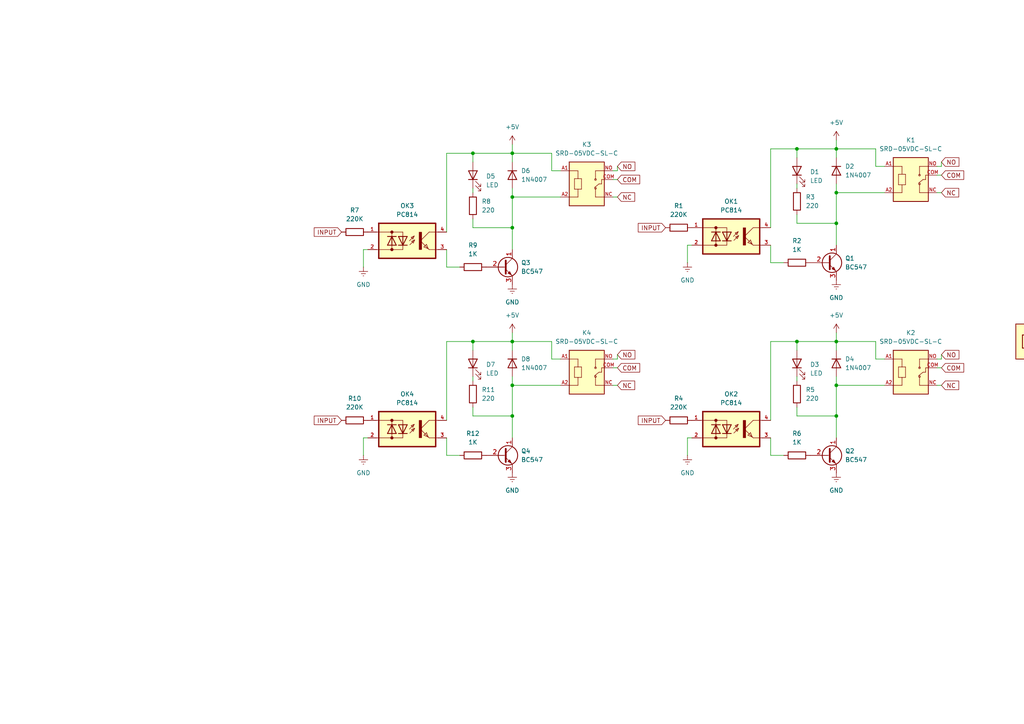
<source format=kicad_sch>
(kicad_sch (version 20231120) (generator "eeschema") (generator_version "8.0")
  (paper "A4")
  (lib_symbols
    (symbol "Device:LED" (pin_numbers hide) (pin_names (offset 1.016) hide)
      (property "Reference" "D" (at 0 2.54 0))
      (property "Value" "LED" (at 0 -2.54 0))
      (symbol "LED_0_1"
        (polyline (pts (xy -1.27 -1.27) (xy -1.27 1.27)) (stroke (width 0.254)))
        (polyline (pts (xy -1.27 0) (xy 1.27 0)))
        (polyline (pts (xy 1.27 -1.27) (xy 1.27 1.27) (xy -1.27 0) (xy 1.27 -1.27)) (stroke (width 0.254)))
        (polyline (pts (xy -3.048 -0.762) (xy -4.572 -2.286) (xy -3.81 -2.286) (xy -4.572 -2.286) (xy -4.572 -1.524)))
        (polyline (pts (xy -1.778 -0.762) (xy -3.302 -2.286) (xy -2.54 -2.286) (xy -3.302 -2.286) (xy -3.302 -1.524)))
      )
      (symbol "LED_1_1"
        (pin passive line (at -3.81 0 0) (length 2.54) (name "K") (number "1"))
        (pin passive line (at 3.81 0 180) (length 2.54) (name "A") (number "2"))
      )
    )
    (symbol "Device:R" (pin_numbers hide) (pin_names (offset 0))
      (property "Reference" "R" (at 2.032 0 90))
      (property "Value" "R" (at 0 0 90))
      (symbol "R_0_1"
        (rectangle (start -1.016 -2.54) (end 1.016 2.54) (stroke (width 0.254)))
      )
      (symbol "R_1_1"
        (pin passive line (at 0 3.81 270) (length 1.27) (name "~") (number "1"))
        (pin passive line (at 0 -3.81 90) (length 1.27) (name "~") (number "2"))
      )
    )
    (symbol "Diode:1N4007" (pin_numbers hide) (pin_names hide)
      (property "Reference" "D" (at 0 2.54 0))
      (property "Value" "1N4007" (at 0 -2.54 0))
      (symbol "1N4007_0_1"
        (polyline (pts (xy -1.27 1.27) (xy -1.27 -1.27)) (stroke (width 0.254)))
        (polyline (pts (xy 1.27 0) (xy -1.27 0)))
        (polyline (pts (xy 1.27 1.27) (xy 1.27 -1.27) (xy -1.27 0) (xy 1.27 1.27)) (stroke (width 0.254)))
      )
      (symbol "1N4007_1_1"
        (pin passive line (at -3.81 0 0) (length 2.54) (name "K") (number "1"))
        (pin passive line (at 3.81 0 180) (length 2.54) (name "A") (number "2"))
      )
    )
    (symbol "PC814:PC814" (pin_names (offset 1.016))
      (property "Reference" "OK" (at -6.9931 5.7216 0))
      (property "Value" "PC814" (at -6.9881 -7.6233 0))
      (symbol "PC814_0_0"
        (rectangle (start -6.985 -5.08) (end 9.525 5.08) (stroke (width 0.4064)) (fill (type background)))
        (circle (center -3.175 -2.54) (radius 0.254) (stroke (width 0.4064)))
        (circle (center -3.175 2.54) (radius 0.254) (stroke (width 0.4064)))
        (polyline (pts (xy -4.445 -1.27) (xy -3.175 -1.27)) (stroke (width 0.254)))
        (polyline (pts (xy -4.445 -1.27) (xy -3.175 1.27)) (stroke (width 0.254)))
        (polyline (pts (xy -4.445 1.27) (xy -3.175 1.27)) (stroke (width 0.254)))
        (polyline (pts (xy -3.175 -2.54) (xy -7.62 -2.54)) (stroke (width 0.1524)))
        (polyline (pts (xy -3.175 -2.54) (xy -3.175 -1.27)) (stroke (width 0.1524)))
        (polyline (pts (xy -3.175 -2.54) (xy 0 -2.54)) (stroke (width 0.1524)))
        (polyline (pts (xy -3.175 -1.27) (xy -3.175 1.27)) (stroke (width 0.254)))
        (polyline (pts (xy -3.175 -1.27) (xy -1.905 -1.27)) (stroke (width 0.254)))
        (polyline (pts (xy -3.175 1.27) (xy -1.905 -1.27)) (stroke (width 0.254)))
        (polyline (pts (xy -3.175 1.27) (xy -1.905 1.27)) (stroke (width 0.254)))
        (polyline (pts (xy -3.175 2.54) (xy -7.62 2.54)) (stroke (width 0.1524)))
        (polyline (pts (xy -3.175 2.54) (xy -3.175 1.27)) (stroke (width 0.1524)))
        (polyline (pts (xy -3.175 2.54) (xy 0 2.54)) (stroke (width 0.1524)))
        (polyline (pts (xy 0 -2.54) (xy 0 -1.27)) (stroke (width 0.1524)))
        (polyline (pts (xy 0 -1.27) (xy -1.27 -1.27)) (stroke (width 0.254)))
        (polyline (pts (xy 0 -1.27) (xy -1.27 1.27)) (stroke (width 0.254)))
        (polyline (pts (xy 0 1.27) (xy -1.27 1.27)) (stroke (width 0.254)))
        (polyline (pts (xy 0 1.27) (xy 0 -1.27)) (stroke (width 0.254)))
        (polyline (pts (xy 0 2.54) (xy 0 1.27)) (stroke (width 0.1524)))
        (polyline (pts (xy 1.27 -1.27) (xy 0 -1.27)) (stroke (width 0.254)))
        (polyline (pts (xy 1.27 1.27) (xy 0 -1.27)) (stroke (width 0.254)))
        (polyline (pts (xy 1.27 1.27) (xy 0 1.27)) (stroke (width 0.254)))
        (polyline (pts (xy 1.905 0) (xy 3.302 1.397)) (stroke (width 0.1524)))
        (polyline (pts (xy 2.032 -1.143) (xy 3.429 0.254)) (stroke (width 0.1524)))
        (polyline (pts (xy 2.413 1.016) (xy 2.921 0.508)) (stroke (width 0.1524)))
        (polyline (pts (xy 2.54 -0.127) (xy 3.048 -0.635)) (stroke (width 0.1524)))
        (polyline (pts (xy 2.921 0.508) (xy 3.302 1.397)) (stroke (width 0.1524)))
        (polyline (pts (xy 3.048 -0.635) (xy 3.429 0.254)) (stroke (width 0.1524)))
        (polyline (pts (xy 3.302 1.397) (xy 2.413 1.016)) (stroke (width 0.1524)))
        (polyline (pts (xy 3.429 0.254) (xy 2.54 -0.127)) (stroke (width 0.1524)))
        (polyline (pts (xy 5.08 0) (xy 7.366 -2.286)) (stroke (width 0.1524)))
        (polyline (pts (xy 6.096 -1.778) (xy 6.858 -1.016)) (stroke (width 0.1524)))
        (polyline (pts (xy 6.858 -1.016) (xy 7.366 -2.286)) (stroke (width 0.1524)))
        (polyline (pts (xy 7.366 -2.286) (xy 6.096 -1.778)) (stroke (width 0.1524)))
        (polyline (pts (xy 7.366 -2.286) (xy 7.62 -2.54)) (stroke (width 0.1524)))
        (polyline (pts (xy 7.62 -2.54) (xy 10.16 -2.54)) (stroke (width 0.1524)))
        (polyline (pts (xy 7.62 2.54) (xy 5.08 0)) (stroke (width 0.1524)))
        (polyline (pts (xy 7.62 2.54) (xy 10.16 2.54)) (stroke (width 0.1524)))
        (rectangle (start 4.7005 -2.5408) (end 5.461 2.54) (stroke (width 0.1)) (fill (type outline)))
        (pin passive line (at -10.16 2.54 0) (length 2.54) (name "~") (number "1"))
        (pin passive line (at -10.16 -2.54 0) (length 2.54) (name "~") (number "2"))
        (pin passive line (at 12.7 -2.54 180) (length 2.54) (name "~") (number "3"))
        (pin passive line (at 12.7 2.54 180) (length 2.54) (name "~") (number "4"))
      )
    )
    (symbol "Relay:Relay_SPDT"
      (property "Reference" "K" (at 11.43 3.81 0))
      (property "Value" "Relay_SPDT" (at 11.43 1.27 0))
      (symbol "Relay_SPDT_0_0"
        (polyline (pts (xy 7.62 5.08) (xy 7.62 2.54) (xy 6.985 3.175) (xy 7.62 3.81)))
      )
      (symbol "Relay_SPDT_0_1"
        (rectangle (start -10.16 5.08) (end 10.16 -5.08) (stroke (width 0.254)) (fill (type background)))
        (rectangle (start -8.255 1.905) (end -1.905 -1.905) (stroke (width 0.254)))
        (polyline (pts (xy -7.62 -1.905) (xy -2.54 1.905)) (stroke (width 0.254)))
        (polyline (pts (xy -5.08 -5.08) (xy -5.08 -1.905)))
        (polyline (pts (xy -5.08 5.08) (xy -5.08 1.905)))
        (polyline (pts (xy -1.905 0) (xy -1.27 0)) (stroke (width 0.254)))
        (polyline (pts (xy -0.635 0) (xy 0 0)) (stroke (width 0.254)))
        (polyline (pts (xy 0.635 0) (xy 1.27 0)) (stroke (width 0.254)))
        (polyline (pts (xy 1.905 0) (xy 2.54 0)) (stroke (width 0.254)))
        (polyline (pts (xy 3.175 0) (xy 3.81 0)) (stroke (width 0.254)))
        (polyline (pts (xy 5.08 -2.54) (xy 3.175 3.81)) (stroke (width 0.508)))
        (polyline (pts (xy 5.08 -2.54) (xy 5.08 -5.08)))
        (polyline (pts (xy 2.54 5.08) (xy 2.54 2.54) (xy 3.175 3.175) (xy 2.54 3.81)) (fill (type outline)))
      )
      (symbol "Relay_SPDT_1_1"
        (pin passive line (at 5.08 -7.62 90) (length 2.54) (name "~") (number "11"))
        (pin passive line (at 2.54 7.62 270) (length 2.54) (name "~") (number "12"))
        (pin passive line (at 7.62 7.62 270) (length 2.54) (name "~") (number "14"))
        (pin passive line (at -5.08 7.62 270) (length 2.54) (name "~") (number "A1"))
        (pin passive line (at -5.08 -7.62 90) (length 2.54) (name "~") (number "A2"))
      )
    )
    (symbol "SRD-05VDC-SL:SRD-05VDC-SL-C" (pin_names (offset 1.016))
      (property "Reference" "K" (at -5.0809 5.843 0))
      (property "Value" "SRD-05VDC-SL-C" (at -5.0832 -10.1664 0))
      (symbol "SRD-05VDC-SL-C_0_0"
        (rectangle (start -5.08 -7.62) (end 5.08 5.08) (stroke (width 0.254)) (fill (type background)))
        (polyline (pts (xy -5.08 2.54) (xy -2.54 2.54)) (stroke (width 0.1524)))
        (polyline (pts (xy -3.556 -2.794) (xy -2.54 -2.794)) (stroke (width 0.1524)))
        (polyline (pts (xy -3.556 0.254) (xy -3.556 -2.794)) (stroke (width 0.1524)))
        (polyline (pts (xy -2.54 -5.08) (xy -5.08 -5.08)) (stroke (width 0.1524)))
        (polyline (pts (xy -2.54 -2.794) (xy -2.54 -5.08)) (stroke (width 0.1524)))
        (polyline (pts (xy -2.54 -2.794) (xy -1.524 -2.794)) (stroke (width 0.1524)))
        (polyline (pts (xy -2.54 0.254) (xy -3.556 0.254)) (stroke (width 0.1524)))
        (polyline (pts (xy -2.54 2.54) (xy -2.54 0.254)) (stroke (width 0.1524)))
        (polyline (pts (xy -1.524 -2.794) (xy -1.524 0.254)) (stroke (width 0.1524)))
        (polyline (pts (xy -1.524 0.254) (xy -2.54 0.254)) (stroke (width 0.1524)))
        (polyline (pts (xy 2.54 -5.08) (xy 5.08 -5.08)) (stroke (width 0.1524)))
        (polyline (pts (xy 2.54 -2.54) (xy 2.54 -5.08)) (stroke (width 0.1524)))
        (polyline (pts (xy 2.54 2.54) (xy 2.54 0)) (stroke (width 0.1524)))
        (polyline (pts (xy 3.556 -1.27) (xy 2.286 -2.286)) (stroke (width 0.1524)))
        (polyline (pts (xy 3.556 -1.27) (xy 4.318 -1.27)) (stroke (width 0.1524)))
        (polyline (pts (xy 4.318 -1.27) (xy 4.318 0)) (stroke (width 0.1524)))
        (polyline (pts (xy 4.318 0) (xy 5.08 0)) (stroke (width 0.1524)))
        (polyline (pts (xy 5.08 2.54) (xy 2.54 2.54)) (stroke (width 0.1524)))
        (circle (center 2.54 -2.54) (radius 0.254) (stroke (width 0.1524)))
        (circle (center 2.54 0) (radius 0.254) (stroke (width 0.1524)))
        (pin passive line (at -7.62 2.54 0) (length 2.54) (name "~") (number "A1"))
        (pin passive line (at -7.62 -5.08 0) (length 2.54) (name "~") (number "A2"))
        (pin passive line (at 7.62 0 180) (length 2.54) (name "~") (number "COM"))
        (pin passive line (at 7.62 -5.08 180) (length 2.54) (name "~") (number "NC"))
        (pin passive line (at 7.62 2.54 180) (length 2.54) (name "~") (number "NO"))
      )
    )
    (symbol "Transistor_BJT:BC547" (pin_names (offset 0) hide)
      (property "Reference" "Q" (at 5.08 1.905 0))
      (property "Value" "BC547" (at 5.08 0 0))
      (symbol "BC547_0_1"
        (polyline (pts (xy 0 0) (xy 0.635 0)))
        (polyline (pts (xy 0.635 0.635) (xy 2.54 2.54)))
        (polyline (pts (xy 0.635 -0.635) (xy 2.54 -2.54) (xy 2.54 -2.54)))
        (polyline (pts (xy 0.635 1.905) (xy 0.635 -1.905) (xy 0.635 -1.905)) (stroke (width 0.508)))
        (polyline (pts (xy 1.27 -1.778) (xy 1.778 -1.27) (xy 2.286 -2.286) (xy 1.27 -1.778) (xy 1.27 -1.778)) (fill (type outline)))
        (circle (center 1.27 0) (radius 2.8194) (stroke (width 0.254)))
      )
      (symbol "BC547_1_1"
        (pin passive line (at 2.54 5.08 270) (length 2.54) (name "C") (number "1"))
        (pin input line (at -5.08 0 0) (length 5.08) (name "B") (number "2"))
        (pin passive line (at 2.54 -5.08 90) (length 2.54) (name "E") (number "3"))
      )
    )
    (symbol "power:+5V" (power) (pin_numbers hide) (pin_names (offset 0) hide)
      (property "Value" "+5V" (at 0 3.556 0))
      (symbol "+5V_0_1"
        (polyline (pts (xy -0.762 1.27) (xy 0 2.54)))
        (polyline (pts (xy 0 0) (xy 0 2.54)))
        (polyline (pts (xy 0 2.54) (xy 0.762 1.27)))
      )
      (symbol "+5V_1_1"
        (pin power_in line (at 0 0 90) (length 0) (name "~") (number "1"))
      )
    )
    (symbol "power:Earth" (power) (pin_numbers hide) (pin_names (offset 0) hide)
      (property "Value" "Earth" (at 0 -3.81 0))
      (symbol "Earth_0_1"
        (polyline (pts (xy -0.635 -1.905) (xy 0.635 -1.905)))
        (polyline (pts (xy -0.127 -2.54) (xy 0.127 -2.54)))
        (polyline (pts (xy 0 -1.27) (xy 0 0)))
        (polyline (pts (xy 1.27 -1.27) (xy -1.27 -1.27)))
      )
      (symbol "Earth_1_1"
        (pin power_in line (at 0 0 270) (length 0) (name "~") (number "1"))
      )
    )
  )
  (junction (at 148.59 66.04))
  (junction (at 148.59 57.15))
  (junction (at 148.59 111.76))
  (junction (at 231.14 99.06))
  (junction (at 137.16 44.45))
  (junction (at 242.57 43.18))
  (junction (at 242.57 120.65))
  (junction (at 242.57 55.88))
  (junction (at 231.14 43.18))
  (junction (at 242.57 111.76))
  (junction (at 137.16 99.06))
  (junction (at 242.57 64.77))
  (junction (at 148.59 120.65))
  (junction (at 148.59 44.45))
  (junction (at 148.59 99.06))
  (junction (at 242.57 99.06))
  (wire (pts (xy 231.14 62.23) (xy 231.14 64.77)))
  (wire (pts (xy 148.59 41.91) (xy 148.59 44.45)))
  (wire (pts (xy 223.52 121.92) (xy 223.52 99.06)))
  (wire (pts (xy 242.57 40.64) (xy 242.57 43.18)))
  (wire (pts (xy 148.59 120.65) (xy 148.59 127)))
  (wire (pts (xy 200.66 71.12) (xy 199.39 71.12)))
  (wire (pts (xy 148.59 54.61) (xy 148.59 57.15)))
  (wire (pts (xy 137.16 120.65) (xy 148.59 120.65)))
  (wire (pts (xy 242.57 64.77) (xy 242.57 71.12)))
  (wire (pts (xy 137.16 44.45) (xy 148.59 44.45)))
  (wire (pts (xy 242.57 96.52) (xy 242.57 99.06)))
  (wire (pts (xy 254 99.06) (xy 254 104.14)))
  (wire (pts (xy 179.07 49.53) (xy 177.8 49.53)))
  (wire (pts (xy 223.52 71.12) (xy 223.52 76.2)))
  (wire (pts (xy 148.59 109.22) (xy 148.59 111.76)))
  (wire (pts (xy 231.14 118.11) (xy 231.14 120.65)))
  (wire (pts (xy 129.54 72.39) (xy 129.54 77.47)))
  (wire (pts (xy 223.52 76.2) (xy 227.33 76.2)))
  (wire (pts (xy 137.16 109.22) (xy 137.16 110.49)))
  (wire (pts (xy 179.07 57.15) (xy 177.8 57.15)))
  (wire (pts (xy 273.05 102.87) (xy 273.05 104.14)))
  (wire (pts (xy 137.16 66.04) (xy 148.59 66.04)))
  (wire (pts (xy 231.14 109.22) (xy 231.14 110.49)))
  (wire (pts (xy 223.52 66.04) (xy 223.52 43.18)))
  (wire (pts (xy 242.57 111.76) (xy 256.54 111.76)))
  (wire (pts (xy 242.57 120.65) (xy 242.57 127)))
  (wire (pts (xy 148.59 111.76) (xy 148.59 120.65)))
  (wire (pts (xy 242.57 43.18) (xy 242.57 45.72)))
  (wire (pts (xy 137.16 99.06) (xy 148.59 99.06)))
  (wire (pts (xy 129.54 127) (xy 129.54 132.08)))
  (wire (pts (xy 254 104.14) (xy 256.54 104.14)))
  (wire (pts (xy 223.52 43.18) (xy 231.14 43.18)))
  (wire (pts (xy 179.07 111.76) (xy 177.8 111.76)))
  (wire (pts (xy 148.59 111.76) (xy 162.56 111.76)))
  (wire (pts (xy 231.14 64.77) (xy 242.57 64.77)))
  (wire (pts (xy 273.05 48.26) (xy 271.78 48.26)))
  (wire (pts (xy 199.39 127) (xy 199.39 132.08)))
  (wire (pts (xy 137.16 118.11) (xy 137.16 120.65)))
  (wire (pts (xy 242.57 99.06) (xy 242.57 101.6)))
  (wire (pts (xy 148.59 57.15) (xy 162.56 57.15)))
  (wire (pts (xy 160.02 44.45) (xy 160.02 49.53)))
  (wire (pts (xy 200.66 127) (xy 199.39 127)))
  (wire (pts (xy 242.57 55.88) (xy 242.57 64.77)))
  (wire (pts (xy 148.59 99.06) (xy 160.02 99.06)))
  (wire (pts (xy 129.54 121.92) (xy 129.54 99.06)))
  (wire (pts (xy 242.57 109.22) (xy 242.57 111.76)))
  (wire (pts (xy 179.07 104.14) (xy 177.8 104.14)))
  (wire (pts (xy 273.05 104.14) (xy 271.78 104.14)))
  (wire (pts (xy 148.59 96.52) (xy 148.59 99.06)))
  (wire (pts (xy 242.57 53.34) (xy 242.57 55.88)))
  (wire (pts (xy 148.59 66.04) (xy 148.59 72.39)))
  (wire (pts (xy 242.57 43.18) (xy 254 43.18)))
  (wire (pts (xy 223.52 99.06) (xy 231.14 99.06)))
  (wire (pts (xy 105.41 127) (xy 105.41 132.08)))
  (wire (pts (xy 231.14 99.06) (xy 242.57 99.06)))
  (wire (pts (xy 242.57 111.76) (xy 242.57 120.65)))
  (wire (pts (xy 231.14 43.18) (xy 242.57 43.18)))
  (wire (pts (xy 137.16 99.06) (xy 137.16 101.6)))
  (wire (pts (xy 179.07 52.07) (xy 177.8 52.07)))
  (wire (pts (xy 129.54 132.08) (xy 133.35 132.08)))
  (wire (pts (xy 106.68 127) (xy 105.41 127)))
  (wire (pts (xy 242.57 55.88) (xy 256.54 55.88)))
  (wire (pts (xy 273.05 111.76) (xy 271.78 111.76)))
  (wire (pts (xy 160.02 99.06) (xy 160.02 104.14)))
  (wire (pts (xy 160.02 104.14) (xy 162.56 104.14)))
  (wire (pts (xy 242.57 99.06) (xy 254 99.06)))
  (wire (pts (xy 231.14 43.18) (xy 231.14 45.72)))
  (wire (pts (xy 105.41 72.39) (xy 105.41 77.47)))
  (wire (pts (xy 148.59 44.45) (xy 148.59 46.99)))
  (wire (pts (xy 199.39 71.12) (xy 199.39 76.2)))
  (wire (pts (xy 148.59 44.45) (xy 160.02 44.45)))
  (wire (pts (xy 273.05 106.68) (xy 271.78 106.68)))
  (wire (pts (xy 254 48.26) (xy 256.54 48.26)))
  (wire (pts (xy 273.05 46.99) (xy 273.05 48.26)))
  (wire (pts (xy 179.07 48.26) (xy 179.07 49.53)))
  (wire (pts (xy 223.52 127) (xy 223.52 132.08)))
  (wire (pts (xy 231.14 120.65) (xy 242.57 120.65)))
  (wire (pts (xy 179.07 106.68) (xy 177.8 106.68)))
  (wire (pts (xy 179.07 102.87) (xy 179.07 104.14)))
  (wire (pts (xy 137.16 54.61) (xy 137.16 55.88)))
  (wire (pts (xy 129.54 77.47) (xy 133.35 77.47)))
  (wire (pts (xy 254 43.18) (xy 254 48.26)))
  (wire (pts (xy 223.52 132.08) (xy 227.33 132.08)))
  (wire (pts (xy 231.14 53.34) (xy 231.14 54.61)))
  (wire (pts (xy 148.59 57.15) (xy 148.59 66.04)))
  (wire (pts (xy 137.16 44.45) (xy 137.16 46.99)))
  (wire (pts (xy 160.02 49.53) (xy 162.56 49.53)))
  (wire (pts (xy 273.05 50.8) (xy 271.78 50.8)))
  (wire (pts (xy 129.54 44.45) (xy 137.16 44.45)))
  (wire (pts (xy 148.59 99.06) (xy 148.59 101.6)))
  (wire (pts (xy 231.14 99.06) (xy 231.14 101.6)))
  (wire (pts (xy 273.05 55.88) (xy 271.78 55.88)))
  (wire (pts (xy 106.68 72.39) (xy 105.41 72.39)))
  (wire (pts (xy 129.54 67.31) (xy 129.54 44.45)))
  (wire (pts (xy 129.54 99.06) (xy 137.16 99.06)))
  (wire (pts (xy 137.16 63.5) (xy 137.16 66.04)))
  (global_label "NC" (shape input) (at 273.05 55.88 0) (property "Intersheetrefs" "${INTERSHEET_REFS}" (effects (hide yes))))
  (global_label "INPUT" (shape input) (at 193.04 66.04 180) (property "Intersheetrefs" "${INTERSHEET_REFS}" (effects (hide yes))))
  (global_label "INPUT" (shape input) (at 99.06 121.92 180) (property "Intersheetrefs" "${INTERSHEET_REFS}" (effects (hide yes))))
  (global_label "NO" (shape input) (at 179.07 48.26 0) (property "Intersheetrefs" "${INTERSHEET_REFS}" (effects (hide yes))))
  (global_label "NO" (shape input) (at 179.07 102.87 0) (property "Intersheetrefs" "${INTERSHEET_REFS}" (effects (hide yes))))
  (global_label "NC" (shape input) (at 179.07 57.15 0) (property "Intersheetrefs" "${INTERSHEET_REFS}" (effects (hide yes))))
  (global_label "COM" (shape input) (at 179.07 106.68 0) (property "Intersheetrefs" "${INTERSHEET_REFS}" (effects (hide yes))))
  (global_label "NO" (shape input) (at 273.05 46.99 0) (property "Intersheetrefs" "${INTERSHEET_REFS}" (effects (hide yes))))
  (global_label "COM" (shape input) (at 273.05 106.68 0) (property "Intersheetrefs" "${INTERSHEET_REFS}" (effects (hide yes))))
  (global_label "INPUT" (shape input) (at 193.04 121.92 180) (property "Intersheetrefs" "${INTERSHEET_REFS}" (effects (hide yes))))
  (global_label "COM" (shape input) (at 179.07 52.07 0) (property "Intersheetrefs" "${INTERSHEET_REFS}" (effects (hide yes))))
  (global_label "INPUT" (shape input) (at 99.06 67.31 180) (property "Intersheetrefs" "${INTERSHEET_REFS}" (effects (hide yes))))
  (global_label "NC" (shape input) (at 179.07 111.76 0) (property "Intersheetrefs" "${INTERSHEET_REFS}" (effects (hide yes))))
  (global_label "NC" (shape input) (at 273.05 111.76 0) (property "Intersheetrefs" "${INTERSHEET_REFS}" (effects (hide yes))))
  (global_label "NO" (shape input) (at 273.05 102.87 0) (property "Intersheetrefs" "${INTERSHEET_REFS}" (effects (hide yes))))
  (global_label "COM" (shape input) (at 273.05 50.8 0) (property "Intersheetrefs" "${INTERSHEET_REFS}" (effects (hide yes))))
  (symbol (lib_id "power:Earth") (at 148.59 82.55 0) (unit 1)
    (property "Reference" "#PWR09" (effects (hide yes)))
    (property "Value" "GND" (at 148.59 87.63 0))
    (property "Description" "Power symbol creates a global label with name \"Earth\"" (effects (hide yes)))
  )
  (symbol (lib_id "Device:LED") (at 137.16 50.8 90) (unit 1)
    (property "Reference" "D5" (at 140.97 51.1174 90) (effects (justify right)))
    (property "Value" "LED" (at 140.97 53.6574 90) (effects (justify right)))
    (property "Footprint" "LED_SMD:LED_0805_2012Metric" (effects (hide yes)))
    (property "Description" "Light emitting diode" (effects (hide yes)))
  )
  (symbol (lib_id "Transistor_BJT:BC547") (at 146.05 132.08 0) (unit 1)
    (property "Reference" "Q4" (at 151.13 130.8099 0) (effects (justify left)))
    (property "Value" "BC547" (at 151.13 133.3499 0) (effects (justify left)))
    (property "Footprint" "BC547:SOT95P230X110-3N" (effects (hide yes)))
    (property "Datasheet" "https://www.onsemi.com/pub/Collateral/BC550-D.pdf" (effects (hide yes)))
    (property "Description" "0.1A Ic, 45V Vce, Small Signal NPN Transistor, TO-92" (effects (hide yes)))
  )
  (symbol (lib_id "Device:R") (at 137.16 114.3 180) (unit 1)
    (property "Reference" "R11" (at 139.7 113.0299 0) (effects (justify right)))
    (property "Value" "220" (at 139.7 115.5699 0) (effects (justify right)))
    (property "Footprint" "Resistor_SMD:R_0805_2012Metric" (effects (hide yes)))
    (property "Description" "Resistor" (effects (hide yes)))
  )
  (symbol (lib_id "PC814:PC814") (at 210.82 68.58 0) (unit 1)
    (property "Reference" "OK1" (at 212.09 58.42 0))
    (property "Value" "PC814" (at 212.09 60.96 0))
    (property "MF" "Essentra Components" (effects (hide yes)))
    (property "Description_1" "\n                        \n                            Optoisolator Transistor Output 5000Vrms 1 Channel 4-SMD\n                        \n" (effects (hide yes)))
    (property "Package" "DIP-4 Sharp" (effects (hide yes)))
    (property "Price" "None" (effects (hide yes)))
    (property "OC_FARNELL" "9707662" (effects (hide yes)))
    (property "SnapEDA_Link" "https://www.snapeda.com/parts/PC814/Essentra/view-part/?ref=snap" (effects (hide yes)))
    (property "MP" "PC814" (effects (hide yes)))
    (property "OC_NEWARK" "unknown" (effects (hide yes)))
    (property "Availability" "Not in stock" (effects (hide yes)))
    (property "Check_prices" "https://www.snapeda.com/parts/PC814/Essentra/view-part/?ref=eda" (effects (hide yes)))
  )
  (symbol (lib_id "Device:R") (at 196.85 121.92 90) (unit 1)
    (property "Reference" "R4" (at 196.85 115.57 90))
    (property "Value" "220K" (at 196.85 118.11 90))
    (property "Footprint" "Resistor_SMD:R_0805_2012Metric" (effects (hide yes)))
    (property "Description" "Resistor" (effects (hide yes)))
  )
  (symbol (lib_id "Relay:Relay_SPDT") (at 304.8 99.06 0) (unit 1)
    (property "Reference" "K5" (at 316.23 97.7899 0) (effects (justify left)))
    (property "Value" "Relay_SPDT" (at 316.23 100.3299 0) (effects (justify left)))
    (property "Description" "Monostable Relay SPDT, EN50005" (effects (hide yes)))
  )
  (symbol (lib_id "PC814:PC814") (at 210.82 124.46 0) (unit 1)
    (property "Reference" "OK2" (at 212.09 114.3 0))
    (property "Value" "PC814" (at 212.09 116.84 0))
    (property "Footprint" "PC814:DIL04" (effects (hide yes)))
    (property "MF" "Essentra Components" (effects (hide yes)))
    (property "Description_1" "\n                        \n                            Optoisolator Transistor Output 5000Vrms 1 Channel 4-SMD\n                        \n" (effects (hide yes)))
    (property "Package" "DIP-4 Sharp" (effects (hide yes)))
    (property "Price" "None" (effects (hide yes)))
    (property "OC_FARNELL" "9707662" (effects (hide yes)))
    (property "SnapEDA_Link" "https://www.snapeda.com/parts/PC814/Essentra/view-part/?ref=snap" (effects (hide yes)))
    (property "MP" "PC814" (effects (hide yes)))
    (property "OC_NEWARK" "unknown" (effects (hide yes)))
    (property "Availability" "Not in stock" (effects (hide yes)))
    (property "Check_prices" "https://www.snapeda.com/parts/PC814/Essentra/view-part/?ref=eda" (effects (hide yes)))
  )
  (symbol (lib_id "SRD-05VDC-SL:SRD-05VDC-SL-C") (at 170.18 106.68 0) (unit 1)
    (property "Reference" "K4" (at 170.18 96.52 0))
    (property "Value" "SRD-05VDC-SL-C" (at 170.18 99.06 0))
    (property "Footprint" "Relay_THT:Relay_SPDT_Omron-G5LE-1" (effects (hide yes)))
    (property "MF" "Songle Relay" (effects (hide yes)))
    (property "Description_1" "\n                        \n                            5V Trigger Relay Module For Arduino And Raspberry Pi 5V Trigger Relay Module For Arduino And Raspberry Pi\n                        \n" (effects (hide yes)))
    (property "Package" "NON STANDARD-5 Songle Relay" (effects (hide yes)))
    (property "Price" "None" (effects (hide yes)))
    (property "Check_prices" "https://www.snapeda.com/parts/SRD-05VDC-SL-C/Songle+Relay/view-part/?ref=eda" (effects (hide yes)))
    (property "STANDARD" "IPC-7251" (effects (hide yes)))
    (property "SnapEDA_Link" "https://www.snapeda.com/parts/SRD-05VDC-SL-C/Songle+Relay/view-part/?ref=snap" (effects (hide yes)))
    (property "MP" "SRD-05VDC-SL-C" (effects (hide yes)))
    (property "Availability" "In Stock" (effects (hide yes)))
    (property "MANUFACTURER" "SONGLE RELAY" (effects (hide yes)))
  )
  (symbol (lib_id "power:Earth") (at 148.59 137.16 0) (unit 1)
    (property "Reference" "#PWR012" (effects (hide yes)))
    (property "Value" "GND" (at 148.59 142.24 0))
    (property "Description" "Power symbol creates a global label with name \"Earth\"" (effects (hide yes)))
  )
  (symbol (lib_id "Device:R") (at 137.16 132.08 90) (unit 1)
    (property "Reference" "R12" (at 137.16 125.73 90))
    (property "Value" "1K" (at 137.16 128.27 90))
    (property "Footprint" "Resistor_SMD:R_0805_2012Metric" (effects (hide yes)))
    (property "Description" "Resistor" (effects (hide yes)))
  )
  (symbol (lib_id "Device:R") (at 137.16 59.69 180) (unit 1)
    (property "Reference" "R8" (at 139.7 58.4199 0) (effects (justify right)))
    (property "Value" "220" (at 139.7 60.9599 0) (effects (justify right)))
    (property "Footprint" "Resistor_SMD:R_0805_2012Metric" (effects (hide yes)))
    (property "Description" "Resistor" (effects (hide yes)))
  )
  (symbol (lib_id "Transistor_BJT:BC547") (at 240.03 76.2 0) (unit 1)
    (property "Reference" "Q1" (at 245.11 74.9299 0) (effects (justify left)))
    (property "Value" "BC547" (at 245.11 77.4699 0) (effects (justify left)))
    (property "Footprint" "BC547:SOT95P230X110-3N" (effects (hide yes)))
    (property "Datasheet" "https://www.onsemi.com/pub/Collateral/BC550-D.pdf" (effects (hide yes)))
    (property "Description" "0.1A Ic, 45V Vce, Small Signal NPN Transistor, TO-92" (effects (hide yes)))
  )
  (symbol (lib_id "power:Earth") (at 199.39 76.2 0) (unit 1)
    (property "Reference" "#PWR01" (effects (hide yes)))
    (property "Value" "GND" (at 199.39 81.28 0))
    (property "Description" "Power symbol creates a global label with name \"Earth\"" (effects (hide yes)))
  )
  (symbol (lib_id "power:Earth") (at 242.57 137.16 0) (unit 1)
    (property "Reference" "#PWR06" (effects (hide yes)))
    (property "Value" "GND" (at 242.57 142.24 0))
    (property "Description" "Power symbol creates a global label with name \"Earth\"" (effects (hide yes)))
  )
  (symbol (lib_id "Device:R") (at 231.14 58.42 180) (unit 1)
    (property "Reference" "R3" (at 233.68 57.1499 0) (effects (justify right)))
    (property "Value" "220" (at 233.68 59.6899 0) (effects (justify right)))
    (property "Footprint" "Resistor_SMD:R_0805_2012Metric" (effects (hide yes)))
    (property "Description" "Resistor" (effects (hide yes)))
  )
  (symbol (lib_id "Transistor_BJT:BC547") (at 240.03 132.08 0) (unit 1)
    (property "Reference" "Q2" (at 245.11 130.8099 0) (effects (justify left)))
    (property "Value" "BC547" (at 245.11 133.3499 0) (effects (justify left)))
    (property "Footprint" "BC547:SOT95P230X110-3N" (effects (hide yes)))
    (property "Datasheet" "https://www.onsemi.com/pub/Collateral/BC550-D.pdf" (effects (hide yes)))
    (property "Description" "0.1A Ic, 45V Vce, Small Signal NPN Transistor, TO-92" (effects (hide yes)))
  )
  (symbol (lib_id "power:Earth") (at 105.41 132.08 0) (unit 1)
    (property "Reference" "#PWR010" (effects (hide yes)))
    (property "Value" "GND" (at 105.41 137.16 0))
    (property "Description" "Power symbol creates a global label with name \"Earth\"" (effects (hide yes)))
  )
  (symbol (lib_id "Device:R") (at 137.16 77.47 90) (unit 1)
    (property "Reference" "R9" (at 137.16 71.12 90))
    (property "Value" "1K" (at 137.16 73.66 90))
    (property "Footprint" "Resistor_SMD:R_0805_2012Metric" (effects (hide yes)))
    (property "Description" "Resistor" (effects (hide yes)))
  )
  (symbol (lib_id "Diode:1N4007") (at 242.57 105.41 270) (unit 1)
    (property "Reference" "D4" (at 245.11 104.1399 90) (effects (justify left)))
    (property "Value" "1N4007" (at 245.11 106.6799 90) (effects (justify left)))
    (property "Footprint" "Diode_SMD:D_0805_2012Metric" (effects (hide yes)))
    (property "Datasheet" "http://www.vishay.com/docs/88503/1n4001.pdf" (effects (hide yes)))
    (property "Description" "1000V 1A General Purpose Rectifier Diode, DO-41" (effects (hide yes)))
    (property "Sim.Device" "D" (effects (hide yes)))
    (property "Sim.Pins" "1=K 2=A" (effects (hide yes)))
  )
  (symbol (lib_id "Device:LED") (at 231.14 49.53 90) (unit 1)
    (property "Reference" "D1" (at 234.95 49.8474 90) (effects (justify right)))
    (property "Value" "LED" (at 234.95 52.3874 90) (effects (justify right)))
    (property "Footprint" "LED_SMD:LED_0805_2012Metric" (effects (hide yes)))
    (property "Description" "Light emitting diode" (effects (hide yes)))
  )
  (symbol (lib_id "SRD-05VDC-SL:SRD-05VDC-SL-C") (at 170.18 52.07 0) (unit 1)
    (property "Reference" "K3" (at 170.18 41.91 0))
    (property "Value" "SRD-05VDC-SL-C" (at 170.18 44.45 0))
    (property "Footprint" "Relay_THT:Relay_SPDT_Omron-G5LE-1" (effects (hide yes)))
    (property "MF" "Songle Relay" (effects (hide yes)))
    (property "Description_1" "\n                        \n                            5V Trigger Relay Module For Arduino And Raspberry Pi 5V Trigger Relay Module For Arduino And Raspberry Pi\n                        \n" (effects (hide yes)))
    (property "Package" "NON STANDARD-5 Songle Relay" (effects (hide yes)))
    (property "Price" "None" (effects (hide yes)))
    (property "Check_prices" "https://www.snapeda.com/parts/SRD-05VDC-SL-C/Songle+Relay/view-part/?ref=eda" (effects (hide yes)))
    (property "STANDARD" "IPC-7251" (effects (hide yes)))
    (property "SnapEDA_Link" "https://www.snapeda.com/parts/SRD-05VDC-SL-C/Songle+Relay/view-part/?ref=snap" (effects (hide yes)))
    (property "MP" "SRD-05VDC-SL-C" (effects (hide yes)))
    (property "Availability" "In Stock" (effects (hide yes)))
    (property "MANUFACTURER" "SONGLE RELAY" (effects (hide yes)))
  )
  (symbol (lib_id "power:Earth") (at 242.57 81.28 0) (unit 1)
    (property "Reference" "#PWR03" (effects (hide yes)))
    (property "Value" "GND" (at 242.57 86.36 0))
    (property "Description" "Power symbol creates a global label with name \"Earth\"" (effects (hide yes)))
  )
  (symbol (lib_id "PC814:PC814") (at 116.84 69.85 0) (unit 1)
    (property "Reference" "OK3" (at 118.11 59.69 0))
    (property "Value" "PC814" (at 118.11 62.23 0))
    (property "Footprint" "PC814:DIL04" (effects (hide yes)))
    (property "MF" "Essentra Components" (effects (hide yes)))
    (property "Description_1" "\n                        \n                            Optoisolator Transistor Output 5000Vrms 1 Channel 4-SMD\n                        \n" (effects (hide yes)))
    (property "Package" "DIP-4 Sharp" (effects (hide yes)))
    (property "Price" "None" (effects (hide yes)))
    (property "OC_FARNELL" "9707662" (effects (hide yes)))
    (property "SnapEDA_Link" "https://www.snapeda.com/parts/PC814/Essentra/view-part/?ref=snap" (effects (hide yes)))
    (property "MP" "PC814" (effects (hide yes)))
    (property "OC_NEWARK" "unknown" (effects (hide yes)))
    (property "Availability" "Not in stock" (effects (hide yes)))
    (property "Check_prices" "https://www.snapeda.com/parts/PC814/Essentra/view-part/?ref=eda" (effects (hide yes)))
  )
  (symbol (lib_id "Device:R") (at 231.14 76.2 90) (unit 1)
    (property "Reference" "R2" (at 231.14 69.85 90))
    (property "Value" "1K" (at 231.14 72.39 90))
    (property "Footprint" "Resistor_SMD:R_0805_2012Metric" (effects (hide yes)))
    (property "Description" "Resistor" (effects (hide yes)))
  )
  (symbol (lib_id "Device:R") (at 231.14 132.08 90) (unit 1)
    (property "Reference" "R6" (at 231.14 125.73 90))
    (property "Value" "1K" (at 231.14 128.27 90))
    (property "Footprint" "Resistor_SMD:R_0805_2012Metric" (effects (hide yes)))
    (property "Description" "Resistor" (effects (hide yes)))
  )
  (symbol (lib_id "Device:R") (at 102.87 121.92 90) (unit 1)
    (property "Reference" "R10" (at 102.87 115.57 90))
    (property "Value" "220K" (at 102.87 118.11 90))
    (property "Footprint" "Resistor_SMD:R_0805_2012Metric" (effects (hide yes)))
    (property "Description" "Resistor" (effects (hide yes)))
  )
  (symbol (lib_id "Device:LED") (at 137.16 105.41 90) (unit 1)
    (property "Reference" "D7" (at 140.97 105.7274 90) (effects (justify right)))
    (property "Value" "LED" (at 140.97 108.2674 90) (effects (justify right)))
    (property "Footprint" "LED_SMD:LED_0805_2012Metric" (effects (hide yes)))
    (property "Description" "Light emitting diode" (effects (hide yes)))
  )
  (symbol (lib_id "SRD-05VDC-SL:SRD-05VDC-SL-C") (at 264.16 106.68 0) (unit 1)
    (property "Reference" "K2" (at 264.16 96.52 0))
    (property "Value" "SRD-05VDC-SL-C" (at 264.16 99.06 0))
    (property "Footprint" "Relay_THT:Relay_SPDT_Omron-G5LE-1" (effects (hide yes)))
    (property "MF" "Songle Relay" (effects (hide yes)))
    (property "Description_1" "\n                        \n                            5V Trigger Relay Module For Arduino And Raspberry Pi 5V Trigger Relay Module For Arduino And Raspberry Pi\n                        \n" (effects (hide yes)))
    (property "Package" "NON STANDARD-5 Songle Relay" (effects (hide yes)))
    (property "Price" "None" (effects (hide yes)))
    (property "Check_prices" "https://www.snapeda.com/parts/SRD-05VDC-SL-C/Songle+Relay/view-part/?ref=eda" (effects (hide yes)))
    (property "STANDARD" "IPC-7251" (effects (hide yes)))
    (property "SnapEDA_Link" "https://www.snapeda.com/parts/SRD-05VDC-SL-C/Songle+Relay/view-part/?ref=snap" (effects (hide yes)))
    (property "MP" "SRD-05VDC-SL-C" (effects (hide yes)))
    (property "Availability" "In Stock" (effects (hide yes)))
    (property "MANUFACTURER" "SONGLE RELAY" (effects (hide yes)))
  )
  (symbol (lib_id "power:+5V") (at 148.59 41.91 0) (unit 1)
    (property "Reference" "#PWR08" (effects (hide yes)))
    (property "Value" "+5V" (at 148.59 36.83 0))
    (property "Description" "Power symbol creates a global label with name \"+5V\"" (effects (hide yes)))
  )
  (symbol (lib_id "power:Earth") (at 105.41 77.47 0) (unit 1)
    (property "Reference" "#PWR07" (effects (hide yes)))
    (property "Value" "GND" (at 105.41 82.55 0))
    (property "Description" "Power symbol creates a global label with name \"Earth\"" (effects (hide yes)))
  )
  (symbol (lib_id "Diode:1N4007") (at 242.57 49.53 270) (unit 1)
    (property "Reference" "D2" (at 245.11 48.2599 90) (effects (justify left)))
    (property "Value" "1N4007" (at 245.11 50.7999 90) (effects (justify left)))
    (property "Footprint" "Diode_SMD:D_0805_2012Metric" (effects (hide yes)))
    (property "Datasheet" "http://www.vishay.com/docs/88503/1n4001.pdf" (effects (hide yes)))
    (property "Description" "1000V 1A General Purpose Rectifier Diode, DO-41" (effects (hide yes)))
    (property "Sim.Device" "D" (effects (hide yes)))
    (property "Sim.Pins" "1=K 2=A" (effects (hide yes)))
  )
  (symbol (lib_id "Diode:1N4007") (at 148.59 50.8 270) (unit 1)
    (property "Reference" "D6" (at 151.13 49.5299 90) (effects (justify left)))
    (property "Value" "1N4007" (at 151.13 52.0699 90) (effects (justify left)))
    (property "Footprint" "Diode_SMD:D_0805_2012Metric" (effects (hide yes)))
    (property "Datasheet" "http://www.vishay.com/docs/88503/1n4001.pdf" (effects (hide yes)))
    (property "Description" "1000V 1A General Purpose Rectifier Diode, DO-41" (effects (hide yes)))
    (property "Sim.Device" "D" (effects (hide yes)))
    (property "Sim.Pins" "1=K 2=A" (effects (hide yes)))
  )
  (symbol (lib_id "power:Earth") (at 199.39 132.08 0) (unit 1)
    (property "Reference" "#PWR04" (effects (hide yes)))
    (property "Value" "GND" (at 199.39 137.16 0))
    (property "Description" "Power symbol creates a global label with name \"Earth\"" (effects (hide yes)))
  )
  (symbol (lib_id "power:+5V") (at 148.59 96.52 0) (unit 1)
    (property "Reference" "#PWR011" (effects (hide yes)))
    (property "Value" "+5V" (at 148.59 91.44 0))
    (property "Description" "Power symbol creates a global label with name \"+5V\"" (effects (hide yes)))
  )
  (symbol (lib_id "power:+5V") (at 242.57 96.52 0) (unit 1)
    (property "Reference" "#PWR05" (effects (hide yes)))
    (property "Value" "+5V" (at 242.57 91.44 0))
    (property "Description" "Power symbol creates a global label with name \"+5V\"" (effects (hide yes)))
  )
  (symbol (lib_id "Device:R") (at 196.85 66.04 90) (unit 1)
    (property "Reference" "R1" (at 196.85 59.69 90))
    (property "Value" "220K" (at 196.85 62.23 90))
    (property "Footprint" "Resistor_SMD:R_0805_2012Metric" (effects (hide yes)))
    (property "Description" "Resistor" (effects (hide yes)))
  )
  (symbol (lib_id "Device:R") (at 102.87 67.31 90) (unit 1)
    (property "Reference" "R7" (at 102.87 60.96 90))
    (property "Value" "220K" (at 102.87 63.5 90))
    (property "Footprint" "Resistor_SMD:R_0805_2012Metric" (effects (hide yes)))
    (property "Description" "Resistor" (effects (hide yes)))
  )
  (symbol (lib_id "SRD-05VDC-SL:SRD-05VDC-SL-C") (at 264.16 50.8 0) (unit 1)
    (property "Reference" "K1" (at 264.16 40.64 0))
    (property "Value" "SRD-05VDC-SL-C" (at 264.16 43.18 0))
    (property "Footprint" "Relay_THT:Relay_SPDT_Omron-G5LE-1" (effects (hide yes)))
    (property "MF" "Songle Relay" (effects (hide yes)))
    (property "Description_1" "\n                        \n                            5V Trigger Relay Module For Arduino And Raspberry Pi 5V Trigger Relay Module For Arduino And Raspberry Pi\n                        \n" (effects (hide yes)))
    (property "Package" "NON STANDARD-5 Songle Relay" (effects (hide yes)))
    (property "Price" "None" (effects (hide yes)))
    (property "Check_prices" "https://www.snapeda.com/parts/SRD-05VDC-SL-C/Songle+Relay/view-part/?ref=eda" (effects (hide yes)))
    (property "STANDARD" "IPC-7251" (effects (hide yes)))
    (property "SnapEDA_Link" "https://www.snapeda.com/parts/SRD-05VDC-SL-C/Songle+Relay/view-part/?ref=snap" (effects (hide yes)))
    (property "MP" "SRD-05VDC-SL-C" (effects (hide yes)))
    (property "Availability" "In Stock" (effects (hide yes)))
    (property "MANUFACTURER" "SONGLE RELAY" (effects (hide yes)))
  )
  (symbol (lib_id "power:+5V") (at 242.57 40.64 0) (unit 1)
    (property "Reference" "#PWR02" (effects (hide yes)))
    (property "Value" "+5V" (at 242.57 35.56 0))
    (property "Description" "Power symbol creates a global label with name \"+5V\"" (effects (hide yes)))
  )
  (symbol (lib_id "Diode:1N4007") (at 148.59 105.41 270) (unit 1)
    (property "Reference" "D8" (at 151.13 104.1399 90) (effects (justify left)))
    (property "Value" "1N4007" (at 151.13 106.6799 90) (effects (justify left)))
    (property "Footprint" "Diode_SMD:D_0805_2012Metric" (effects (hide yes)))
    (property "Datasheet" "http://www.vishay.com/docs/88503/1n4001.pdf" (effects (hide yes)))
    (property "Description" "1000V 1A General Purpose Rectifier Diode, DO-41" (effects (hide yes)))
    (property "Sim.Device" "D" (effects (hide yes)))
    (property "Sim.Pins" "1=K 2=A" (effects (hide yes)))
  )
  (symbol (lib_id "Transistor_BJT:BC547") (at 146.05 77.47 0) (unit 1)
    (property "Reference" "Q3" (at 151.13 76.1999 0) (effects (justify left)))
    (property "Value" "BC547" (at 151.13 78.7399 0) (effects (justify left)))
    (property "Footprint" "BC547:SOT95P230X110-3N" (effects (hide yes)))
    (property "Datasheet" "https://www.onsemi.com/pub/Collateral/BC550-D.pdf" (effects (hide yes)))
    (property "Description" "0.1A Ic, 45V Vce, Small Signal NPN Transistor, TO-92" (effects (hide yes)))
  )
  (symbol (lib_id "Device:R") (at 231.14 114.3 180) (unit 1)
    (property "Reference" "R5" (at 233.68 113.0299 0) (effects (justify right)))
    (property "Value" "220" (at 233.68 115.5699 0) (effects (justify right)))
    (property "Footprint" "Resistor_SMD:R_0805_2012Metric" (effects (hide yes)))
    (property "Description" "Resistor" (effects (hide yes)))
  )
  (symbol (lib_id "PC814:PC814") (at 116.84 124.46 0) (unit 1)
    (property "Reference" "OK4" (at 118.11 114.3 0))
    (property "Value" "PC814" (at 118.11 116.84 0))
    (property "Footprint" "PC814:DIL04" (effects (hide yes)))
    (property "MF" "Essentra Components" (effects (hide yes)))
    (property "Description_1" "\n                        \n                            Optoisolator Transistor Output 5000Vrms 1 Channel 4-SMD\n                        \n" (effects (hide yes)))
    (property "Package" "DIP-4 Sharp" (effects (hide yes)))
    (property "Price" "None" (effects (hide yes)))
    (property "OC_FARNELL" "9707662" (effects (hide yes)))
    (property "SnapEDA_Link" "https://www.snapeda.com/parts/PC814/Essentra/view-part/?ref=snap" (effects (hide yes)))
    (property "MP" "PC814" (effects (hide yes)))
    (property "OC_NEWARK" "unknown" (effects (hide yes)))
    (property "Availability" "Not in stock" (effects (hide yes)))
    (property "Check_prices" "https://www.snapeda.com/parts/PC814/Essentra/view-part/?ref=eda" (effects (hide yes)))
  )
  (symbol (lib_id "Device:LED") (at 231.14 105.41 90) (unit 1)
    (property "Reference" "D3" (at 234.95 105.7274 90) (effects (justify right)))
    (property "Value" "LED" (at 234.95 108.2674 90) (effects (justify right)))
    (property "Footprint" "LED_SMD:LED_0805_2012Metric" (effects (hide yes)))
    (property "Description" "Light emitting diode" (effects (hide yes)))
  )
)
</source>
